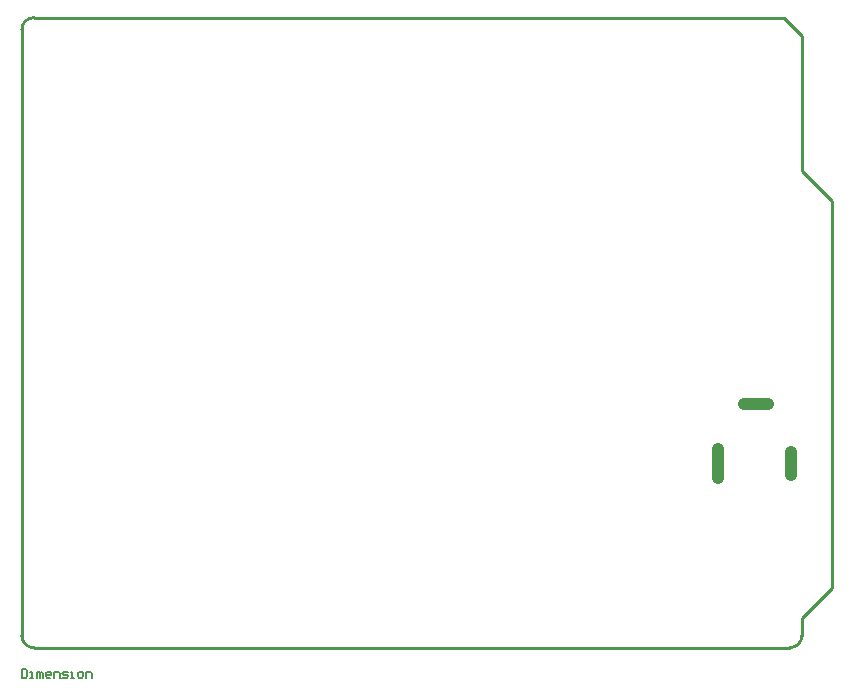
<source format=gm1>
%FSTAX25Y25*%
%MOIN*%
G70*
G01*
G75*
G04 Layer_Color=16711935*
%ADD10O,0.07087X0.01181*%
%ADD11O,0.01181X0.07087*%
%ADD12O,0.07284X0.01378*%
%ADD13R,0.08071X0.02756*%
%ADD14R,0.01772X0.02165*%
%ADD15R,0.03150X0.03150*%
%ADD16R,0.02165X0.01772*%
%ADD17R,0.02756X0.03543*%
%ADD18R,0.03543X0.02756*%
%ADD19R,0.02047X0.02047*%
%ADD20R,0.02047X0.02047*%
%ADD21C,0.00700*%
%ADD22C,0.01000*%
%ADD23C,0.00669*%
%ADD24C,0.00500*%
%ADD25C,0.02000*%
%ADD26C,0.03000*%
%ADD27C,0.06000*%
%ADD28O,0.15748X0.07874*%
%ADD29O,0.07874X0.15748*%
%ADD30O,0.07874X0.17716*%
%ADD31R,0.05906X0.05906*%
%ADD32C,0.05906*%
%ADD33R,0.05906X0.05906*%
%ADD34P,0.06711X8X112.5*%
%ADD35O,0.05600X0.11200*%
%ADD36C,0.12600*%
%ADD37C,0.01969*%
%ADD38C,0.02800*%
%ADD39C,0.01600*%
%ADD40C,0.01595*%
%ADD41C,0.05000*%
%ADD42C,0.04000*%
%ADD43R,0.70200X0.25400*%
%ADD44C,0.07550*%
%ADD45O,0.15811X0.07937*%
%ADD46O,0.07937X0.15811*%
%ADD47O,0.07937X0.17779*%
%ADD48C,0.07543*%
G04:AMPARAMS|DCode=49|XSize=95.433mil|YSize=95.433mil|CornerRadius=0mil|HoleSize=0mil|Usage=FLASHONLY|Rotation=0.000|XOffset=0mil|YOffset=0mil|HoleType=Round|Shape=Relief|Width=10mil|Gap=10mil|Entries=4|*
%AMTHD49*
7,0,0,0.09543,0.07543,0.01000,45*
%
%ADD49THD49*%
G04:AMPARAMS|DCode=50|XSize=95.5mil|YSize=95.5mil|CornerRadius=0mil|HoleSize=0mil|Usage=FLASHONLY|Rotation=0.000|XOffset=0mil|YOffset=0mil|HoleType=Round|Shape=Relief|Width=10mil|Gap=10mil|Entries=4|*
%AMTHD50*
7,0,0,0.09550,0.07550,0.01000,45*
%
%ADD50THD50*%
%ADD51C,0.07800*%
%ADD52C,0.07400*%
%ADD53C,0.16600*%
%ADD54C,0.05600*%
G04:AMPARAMS|DCode=55|XSize=70mil|YSize=70mil|CornerRadius=0mil|HoleSize=0mil|Usage=FLASHONLY|Rotation=0.000|XOffset=0mil|YOffset=0mil|HoleType=Round|Shape=Relief|Width=10mil|Gap=10mil|Entries=4|*
%AMTHD55*
7,0,0,0.07000,0.05000,0.01000,45*
%
%ADD55THD55*%
%ADD56C,0.06800*%
%AMTHOVALD57*
21,1,0.07874,0.09937,0,0,180.0*
1,1,0.09937,0.03937,0.00000*
1,1,0.09937,-0.03937,0.00000*
21,0,0.07874,0.07937,0,0,180.0*
1,0,0.07937,0.03937,0.00000*
1,0,0.07937,-0.03937,0.00000*
4,0,4,0.03583,0.00354,0.07097,0.03867,0.07804,0.03160,0.04291,-0.00354,0.03583,0.00354,0.0*
4,0,4,-0.04291,0.00354,-0.07804,-0.03160,-0.07097,-0.03867,-0.03583,-0.00354,-0.04291,0.00354,0.0*
4,0,4,0.04291,0.00354,0.07804,-0.03160,0.07097,-0.03867,0.03583,-0.00354,0.04291,0.00354,0.0*
4,0,4,-0.03583,0.00354,-0.07097,0.03867,-0.07804,0.03160,-0.04291,-0.00354,-0.03583,0.00354,0.0*
%
%ADD57THOVALD57*%

%AMTHOVALD58*
21,1,0.07874,0.09937,0,0,270.0*
1,1,0.09937,0.00000,0.03937*
1,1,0.09937,0.00000,-0.03937*
21,0,0.07874,0.07937,0,0,270.0*
1,0,0.07937,0.00000,0.03937*
1,0,0.07937,0.00000,-0.03937*
4,0,4,-0.00354,0.03583,-0.03867,0.07097,-0.03160,0.07804,0.00354,0.04291,-0.00354,0.03583,0.0*
4,0,4,-0.00354,-0.04291,0.03160,-0.07804,0.03867,-0.07097,0.00354,-0.03583,-0.00354,-0.04291,0.0*
4,0,4,-0.00354,0.04291,0.03160,0.07804,0.03867,0.07097,0.00354,0.03583,-0.00354,0.04291,0.0*
4,0,4,-0.00354,-0.03583,-0.03867,-0.07097,-0.03160,-0.07804,0.00354,-0.04291,-0.00354,-0.03583,0.0*
%
%ADD58THOVALD58*%

G04:AMPARAMS|DCode=59|XSize=98mil|YSize=98mil|CornerRadius=0mil|HoleSize=0mil|Usage=FLASHONLY|Rotation=0.000|XOffset=0mil|YOffset=0mil|HoleType=Round|Shape=Relief|Width=10mil|Gap=10mil|Entries=4|*
%AMTHD59*
7,0,0,0.09800,0.07800,0.01000,45*
%
%ADD59THD59*%
G04:AMPARAMS|DCode=60|XSize=94mil|YSize=94mil|CornerRadius=0mil|HoleSize=0mil|Usage=FLASHONLY|Rotation=0.000|XOffset=0mil|YOffset=0mil|HoleType=Round|Shape=Relief|Width=10mil|Gap=10mil|Entries=4|*
%AMTHD60*
7,0,0,0.09400,0.07400,0.01000,45*
%
%ADD60THD60*%
G04:AMPARAMS|DCode=61|XSize=76mil|YSize=76mil|CornerRadius=0mil|HoleSize=0mil|Usage=FLASHONLY|Rotation=0.000|XOffset=0mil|YOffset=0mil|HoleType=Round|Shape=Relief|Width=10mil|Gap=10mil|Entries=4|*
%AMTHD61*
7,0,0,0.07600,0.05600,0.01000,45*
%
%ADD61THD61*%
G04:AMPARAMS|DCode=62|XSize=88mil|YSize=88mil|CornerRadius=0mil|HoleSize=0mil|Usage=FLASHONLY|Rotation=0.000|XOffset=0mil|YOffset=0mil|HoleType=Round|Shape=Relief|Width=10mil|Gap=10mil|Entries=4|*
%AMTHD62*
7,0,0,0.08800,0.06800,0.01000,45*
%
%ADD62THD62*%
%ADD63O,0.01378X0.04724*%
%ADD64R,0.07480X0.03150*%
%ADD65R,0.07480X0.12205*%
%ADD66R,0.06299X0.02559*%
%ADD67R,0.08661X0.11811*%
%ADD68R,0.01969X0.01181*%
%ADD69C,0.01181*%
%ADD70R,0.03543X0.04724*%
%ADD71R,0.06693X0.06614*%
%ADD72R,0.08661X0.07874*%
%ADD73C,0.05000*%
%ADD74C,0.01300*%
%ADD75C,0.01500*%
%ADD76R,0.29232X0.31693*%
%ADD77C,0.02362*%
%ADD78C,0.00984*%
%ADD79C,0.00787*%
%ADD80C,0.00600*%
%ADD81C,0.01200*%
%ADD82C,0.00400*%
%ADD83O,0.07487X0.01581*%
%ADD84O,0.01581X0.07487*%
%ADD85O,0.07684X0.01778*%
%ADD86R,0.08471X0.03156*%
%ADD87R,0.02172X0.02565*%
%ADD88R,0.03550X0.03550*%
%ADD89R,0.02565X0.02172*%
%ADD90R,0.03156X0.03943*%
%ADD91R,0.03943X0.03156*%
%ADD92R,0.02447X0.02447*%
%ADD93R,0.02447X0.02447*%
%ADD94O,0.07287X0.01381*%
%ADD95O,0.01381X0.07287*%
%ADD96O,0.07484X0.01578*%
%ADD97R,0.08271X0.02956*%
%ADD98R,0.01972X0.02365*%
%ADD99R,0.03350X0.03350*%
%ADD100R,0.02365X0.01972*%
%ADD101R,0.02956X0.03743*%
%ADD102R,0.03743X0.02956*%
%ADD103R,0.02247X0.02247*%
%ADD104R,0.02247X0.02247*%
%ADD105C,0.06200*%
%ADD106O,0.15948X0.08074*%
%ADD107O,0.08074X0.15948*%
%ADD108O,0.08074X0.17916*%
%ADD109R,0.06106X0.06106*%
%ADD110C,0.06106*%
%ADD111R,0.06106X0.06106*%
%ADD112P,0.06927X8X112.5*%
%ADD113O,0.05800X0.11400*%
%ADD114C,0.12800*%
%ADD115C,0.02169*%
%ADD116C,0.03000*%
%ADD117C,0.01800*%
%ADD118C,0.01795*%
%ADD119C,0.05200*%
%ADD120O,0.01578X0.04924*%
%ADD121R,0.07680X0.03350*%
%ADD122R,0.07680X0.12405*%
%ADD123R,0.06499X0.02759*%
%ADD124R,0.09061X0.12211*%
%ADD125R,0.02369X0.01581*%
%ADD126C,0.01381*%
%ADD127R,0.03743X0.04924*%
%ADD128R,0.06893X0.06814*%
%ADD129R,0.08861X0.08074*%
%ADD130R,0.01969X0.01181*%
%ADD131R,0.03347X0.04921*%
%ADD132O,0.01778X0.05124*%
%ADD133R,0.07880X0.03550*%
%ADD134R,0.07880X0.12605*%
%ADD135R,0.06699X0.02959*%
%ADD136C,0.01581*%
%ADD137R,0.03943X0.05124*%
%ADD138R,0.07093X0.07014*%
%ADD139R,0.09061X0.08274*%
%ADD140C,0.03937*%
D22*
X0104Y031D02*
G03*
X01Y03061I-000005J-000395D01*
G01*
X03561Y01D02*
G03*
X036Y0104I-000005J000395D01*
G01*
X01D02*
G03*
X0104Y01I0004J0D01*
G01*
X0354Y031D02*
X036Y0304D01*
Y0259D02*
X037Y0249D01*
Y012D02*
Y0249D01*
X036Y011D02*
X037Y012D01*
X036Y0104D02*
Y011D01*
X0104Y01D02*
X03561D01*
X01Y0104D02*
Y03061D01*
X0104Y031D02*
X0354D01*
X036Y0259D02*
Y0304D01*
D24*
X01Y0092799D02*
Y009D01*
X01014D01*
X0101866Y0090466D01*
Y0092333D01*
X01014Y0092799D01*
X01D01*
X0102799Y009D02*
X0103732D01*
X0103266D01*
Y0091866D01*
X0102799D01*
X0105132Y009D02*
Y0091866D01*
X0105598D01*
X0106065Y00914D01*
Y009D01*
Y00914D01*
X0106531Y0091866D01*
X0106998Y00914D01*
Y009D01*
X010933D02*
X0108397D01*
X0107931Y0090466D01*
Y00914D01*
X0108397Y0091866D01*
X010933D01*
X0109797Y00914D01*
Y0090933D01*
X0107931D01*
X011073Y009D02*
Y0091866D01*
X0112129D01*
X0112596Y00914D01*
Y009D01*
X0113529D02*
X0114928D01*
X0115395Y0090466D01*
X0114928Y0090933D01*
X0113996D01*
X0113529Y00914D01*
X0113996Y0091866D01*
X0115395D01*
X0116328Y009D02*
X0117261D01*
X0116795D01*
Y0091866D01*
X0116328D01*
X0119127Y009D02*
X012006D01*
X0120527Y0090466D01*
Y00914D01*
X012006Y0091866D01*
X0119127D01*
X0118661Y00914D01*
Y0090466D01*
X0119127Y009D01*
X012146D02*
Y0091866D01*
X0122859D01*
X0123326Y00914D01*
Y009D01*
D140*
X0332063Y0156479D02*
Y0166321D01*
X0340724Y0181085D02*
X0348598D01*
X0356472Y0157463D02*
Y0165337D01*
M02*

</source>
